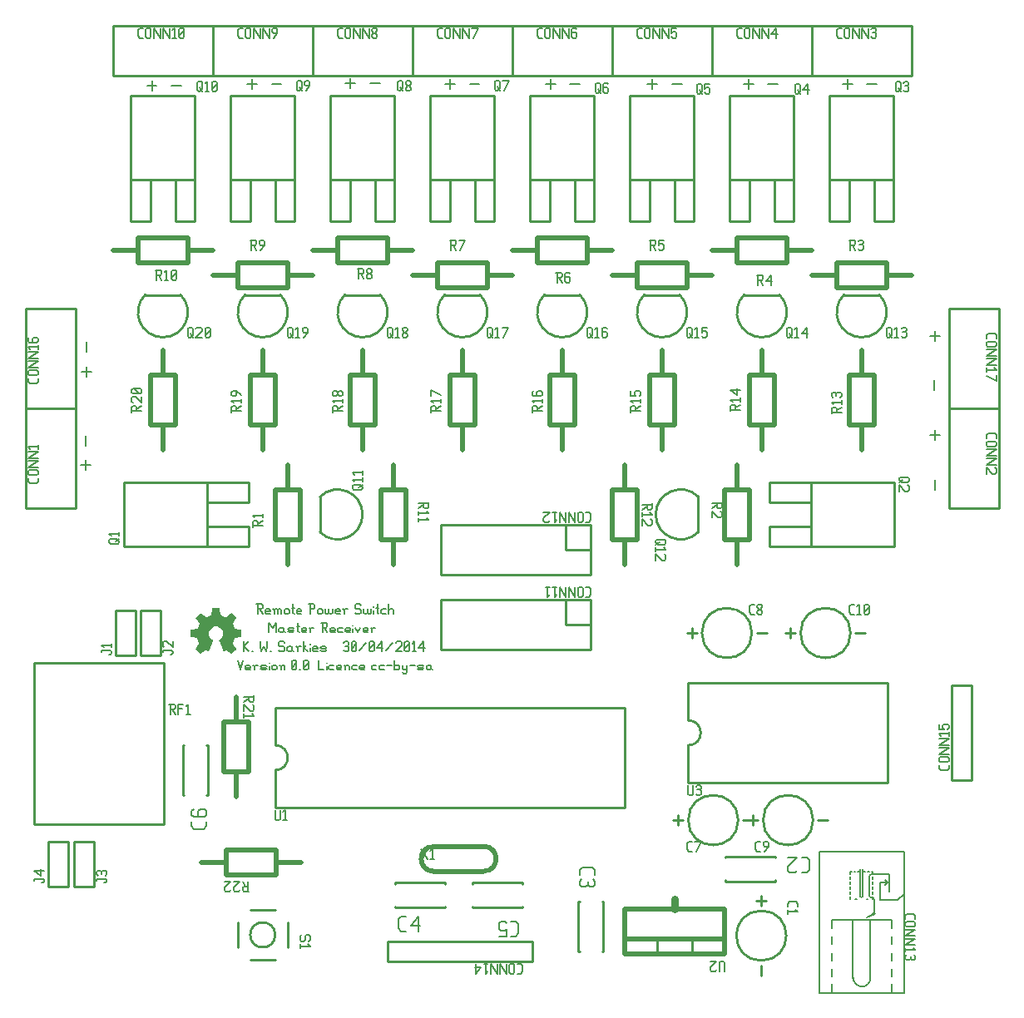
<source format=gto>
G04 start of page 9 for group -4079 idx -4079 *
G04 Title: (unknown), topsilk *
G04 Creator: pcb 20110918 *
G04 CreationDate: Mon 05 May 2014 13:40:42 GMT UTC *
G04 For: ksarkies *
G04 Format: Gerber/RS-274X *
G04 PCB-Dimensions: 390000 390000 *
G04 PCB-Coordinate-Origin: lower left *
%MOIN*%
%FSLAX25Y25*%
%LNTOPSILK*%
%ADD125C,0.0300*%
%ADD124C,0.0100*%
%ADD123C,0.0200*%
%ADD122C,0.0060*%
%ADD121C,0.0078*%
%ADD120C,0.0001*%
G54D120*G36*
X75000Y155000D02*X77577D01*
X77660Y154968D01*
X77707Y154892D01*
X77756Y154653D01*
X77800Y154431D01*
X78191Y152299D01*
X78238Y152211D01*
X78321Y152153D01*
X78424Y152109D01*
X79214Y151838D01*
X79964Y151480D01*
X79970D01*
X80057Y151442D01*
X80154Y151428D01*
X80252Y151459D01*
X82025Y152678D01*
X82216Y152803D01*
X82417Y152939D01*
X82503Y152964D01*
X82585Y152928D01*
X82916Y152598D01*
X83420Y152098D01*
X83578Y151935D01*
X84077Y151437D01*
X84239Y151280D01*
X84407Y151106D01*
X84446Y151021D01*
X84424Y150932D01*
X84288Y150731D01*
X84159Y150541D01*
X82970Y148805D01*
X82938Y148713D01*
X82953Y148616D01*
X82998Y148517D01*
X83681Y146911D01*
X83718Y146820D01*
X83781Y146742D01*
X83871Y146695D01*
X85910Y146314D01*
X86134Y146271D01*
X86377Y146228D01*
X86452Y146181D01*
X86481Y146098D01*
Y143521D01*
X86452Y143432D01*
X86377Y143385D01*
X86134Y143342D01*
X85910Y143299D01*
X83931Y142930D01*
X83843Y142882D01*
X83789Y142799D01*
X83761Y142739D01*
Y142728D01*
X83046Y140955D01*
X83041Y140943D01*
X83024Y140900D01*
X83007Y140799D01*
X83035Y140705D01*
X84164Y139073D01*
X84288Y138882D01*
X84429Y138681D01*
X84448Y138595D01*
X84407Y138513D01*
X84239Y138334D01*
X84077Y138177D01*
X82759Y136859D01*
X82585Y136691D01*
X82503Y136650D01*
X82417Y136668D01*
X82216Y136810D01*
X82025Y136934D01*
X80431Y138031D01*
X80332Y138060D01*
X80235Y138041D01*
X79904Y137857D01*
X79710Y137748D01*
X79363Y137570D01*
X79278Y137564D01*
X79216Y137624D01*
X79070Y137981D01*
X78982Y138188D01*
X77599Y141546D01*
X77511Y141752D01*
X77414Y141985D01*
X77410Y142080D01*
X77463Y142153D01*
X77686Y142284D01*
X77827Y142392D01*
X78363Y142838D01*
X78778Y143402D01*
X79045Y144061D01*
X79139Y144791D01*
X79081Y145366D01*
X78916Y145900D01*
X78653Y146385D01*
X78304Y146807D01*
X77884Y147156D01*
X77400Y147420D01*
X76866Y147585D01*
X76292Y147643D01*
X75717Y147585D01*
X75182Y147420D01*
X74699Y147156D01*
X74277Y146807D01*
X73929Y146385D01*
X73667Y145900D01*
X73502Y145366D01*
X73443Y144791D01*
X73536Y144061D01*
X73803Y143402D01*
X74217Y142838D01*
X74756Y142392D01*
X74892Y142284D01*
X75114Y142153D01*
X75168Y142080D01*
X75163Y141985D01*
X75066Y141752D01*
X74978Y141546D01*
X73595Y138188D01*
X73509Y137981D01*
X73361Y137624D01*
X73300Y137564D01*
X73216Y137570D01*
X72874Y137748D01*
X72673Y137857D01*
X72342Y138041D01*
X72243Y138060D01*
X72146Y138031D01*
X70552Y136934D01*
X70367Y136810D01*
X70161Y136668D01*
X70074Y136650D01*
X69992Y136691D01*
X69818Y136859D01*
X69661Y137021D01*
X69163Y137520D01*
X69000Y137678D01*
X68500Y138177D01*
X68338Y138334D01*
X68170Y138513D01*
X68131Y138595D01*
X68153Y138681D01*
X68289Y138882D01*
X68420Y139073D01*
X69542Y140705D01*
X69570Y140799D01*
X69553Y140900D01*
X69531Y140960D01*
X68821Y142734D01*
X68788Y142799D01*
X68734Y142882D01*
X68648Y142930D01*
X66667Y143299D01*
X66445Y143342D01*
X66206Y143385D01*
X66127Y143435D01*
X66098Y143521D01*
Y146098D01*
X66127Y146181D01*
X66206Y146228D01*
X66445Y146277D01*
X66667Y146314D01*
X68707Y146695D01*
X68796Y146742D01*
X68859Y146825D01*
X68896Y146911D01*
X69585Y148517D01*
X69624Y148616D01*
X69641Y148713D01*
X69613Y148805D01*
X68420Y150546D01*
X68289Y150731D01*
X68153Y150932D01*
X68131Y151021D01*
X68170Y151106D01*
X68338Y151280D01*
X68500Y151437D01*
X69992Y152928D01*
X70074Y152964D01*
X70161Y152945D01*
X70367Y152809D01*
X70552Y152678D01*
X72325Y151459D01*
X72423Y151430D01*
X72521Y151448D01*
X72607Y151480D01*
X72618Y151485D01*
X73364Y151839D01*
X74154Y152114D01*
X74257Y152153D01*
X74341Y152211D01*
X74386Y152299D01*
X74784Y154431D01*
X74821Y154653D01*
X74870Y154892D01*
X74917Y154968D01*
X75000Y155000D01*
G37*
G54D121*X128200Y365320D02*X132120D01*
X130160Y367280D02*Y363360D01*
X138000Y365320D02*X141920D01*
X168100Y365020D02*X172020D01*
X170060Y366980D02*Y363060D01*
X177900Y365020D02*X181820D01*
X208400D02*X212320D01*
X210360Y366980D02*Y363060D01*
X218200Y365020D02*X222120D01*
X249200D02*X253120D01*
X251160Y366980D02*Y363060D01*
X259000Y365020D02*X262920D01*
X287700D02*X291620D01*
X289660Y366980D02*Y363060D01*
X297500Y365020D02*X301420D01*
X327400D02*X331320D01*
X329360Y366980D02*Y363060D01*
X337200Y365020D02*X341120D01*
X362400Y263920D02*X366320D01*
X364360Y265880D02*Y261960D01*
X362500Y224320D02*X366420D01*
X364460Y226280D02*Y222360D01*
X364280Y206420D02*Y202500D01*
X364180Y246220D02*Y242300D01*
X48600Y364420D02*X52520D01*
X50560Y366380D02*Y362460D01*
X58400Y364420D02*X62320D01*
G54D122*X92500Y156540D02*X94420D01*
X94900Y156060D01*
Y155100D01*
X94420Y154620D02*X94900Y155100D01*
X92980Y154620D02*X94420D01*
X92980Y156540D02*Y152700D01*
X93748Y154620D02*X94900Y152700D01*
X96532D02*X97972D01*
X96052Y153180D02*X96532Y152700D01*
X96052Y154140D02*Y153180D01*
Y154140D02*X96532Y154620D01*
X97492D01*
X97972Y154140D01*
X96052Y153660D02*X97972D01*
Y154140D02*Y153660D01*
X99604Y154140D02*Y152700D01*
Y154140D02*X100084Y154620D01*
X100564D01*
X101044Y154140D01*
Y152700D01*
Y154140D02*X101524Y154620D01*
X102004D01*
X102484Y154140D01*
Y152700D01*
X99124Y154620D02*X99604Y154140D01*
X103636D02*Y153180D01*
Y154140D02*X104116Y154620D01*
X105076D01*
X105556Y154140D01*
Y153180D01*
X105076Y152700D02*X105556Y153180D01*
X104116Y152700D02*X105076D01*
X103636Y153180D02*X104116Y152700D01*
X107188Y156540D02*Y153180D01*
X107668Y152700D01*
X106708Y155100D02*X107668D01*
X109108Y152700D02*X110548D01*
X108628Y153180D02*X109108Y152700D01*
X108628Y154140D02*Y153180D01*
Y154140D02*X109108Y154620D01*
X110068D01*
X110548Y154140D01*
X108628Y153660D02*X110548D01*
Y154140D02*Y153660D01*
X113908Y156540D02*Y152700D01*
X113428Y156540D02*X115348D01*
X115828Y156060D01*
Y155100D01*
X115348Y154620D02*X115828Y155100D01*
X113908Y154620D02*X115348D01*
X116980Y154140D02*Y153180D01*
Y154140D02*X117460Y154620D01*
X118420D01*
X118900Y154140D01*
Y153180D01*
X118420Y152700D02*X118900Y153180D01*
X117460Y152700D02*X118420D01*
X116980Y153180D02*X117460Y152700D01*
X120052Y154620D02*Y153180D01*
X120532Y152700D01*
X121012D01*
X121492Y153180D01*
Y154620D02*Y153180D01*
X121972Y152700D01*
X122452D01*
X122932Y153180D01*
Y154620D02*Y153180D01*
X124564Y152700D02*X126004D01*
X124084Y153180D02*X124564Y152700D01*
X124084Y154140D02*Y153180D01*
Y154140D02*X124564Y154620D01*
X125524D01*
X126004Y154140D01*
X124084Y153660D02*X126004D01*
Y154140D02*Y153660D01*
X127636Y154140D02*Y152700D01*
Y154140D02*X128116Y154620D01*
X129076D01*
X127156D02*X127636Y154140D01*
X133876Y156540D02*X134356Y156060D01*
X132436Y156540D02*X133876D01*
X131956Y156060D02*X132436Y156540D01*
X131956Y156060D02*Y155100D01*
X132436Y154620D01*
X133876D01*
X134356Y154140D01*
Y153180D01*
X133876Y152700D02*X134356Y153180D01*
X132436Y152700D02*X133876D01*
X131956Y153180D02*X132436Y152700D01*
X135508Y154620D02*Y153180D01*
X135988Y152700D01*
X136468D01*
X136948Y153180D01*
Y154620D02*Y153180D01*
X137428Y152700D01*
X137908D01*
X138388Y153180D01*
Y154620D02*Y153180D01*
X139540Y155580D02*Y155484D01*
Y154140D02*Y152700D01*
X140980Y156540D02*Y153180D01*
X141460Y152700D01*
X140500Y155100D02*X141460D01*
X142900Y154620D02*X144340D01*
X142420Y154140D02*X142900Y154620D01*
X142420Y154140D02*Y153180D01*
X142900Y152700D01*
X144340D01*
X145492Y156540D02*Y152700D01*
Y154140D02*X145972Y154620D01*
X146932D01*
X147412Y154140D01*
Y152700D01*
X97500Y149040D02*Y145200D01*
Y149040D02*X98940Y147120D01*
X100380Y149040D01*
Y145200D01*
X102972Y147120D02*X103452Y146640D01*
X102012Y147120D02*X102972D01*
X101532Y146640D02*X102012Y147120D01*
X101532Y146640D02*Y145680D01*
X102012Y145200D01*
X103452Y147120D02*Y145680D01*
X103932Y145200D01*
X102012D02*X102972D01*
X103452Y145680D01*
X105564Y145200D02*X107004D01*
X107484Y145680D01*
X107004Y146160D02*X107484Y145680D01*
X105564Y146160D02*X107004D01*
X105084Y146640D02*X105564Y146160D01*
X105084Y146640D02*X105564Y147120D01*
X107004D01*
X107484Y146640D01*
X105084Y145680D02*X105564Y145200D01*
X109116Y149040D02*Y145680D01*
X109596Y145200D01*
X108636Y147600D02*X109596D01*
X111036Y145200D02*X112476D01*
X110556Y145680D02*X111036Y145200D01*
X110556Y146640D02*Y145680D01*
Y146640D02*X111036Y147120D01*
X111996D01*
X112476Y146640D01*
X110556Y146160D02*X112476D01*
Y146640D02*Y146160D01*
X114108Y146640D02*Y145200D01*
Y146640D02*X114588Y147120D01*
X115548D01*
X113628D02*X114108Y146640D01*
X118428Y149040D02*X120348D01*
X120828Y148560D01*
Y147600D01*
X120348Y147120D02*X120828Y147600D01*
X118908Y147120D02*X120348D01*
X118908Y149040D02*Y145200D01*
X119676Y147120D02*X120828Y145200D01*
X122460D02*X123900D01*
X121980Y145680D02*X122460Y145200D01*
X121980Y146640D02*Y145680D01*
Y146640D02*X122460Y147120D01*
X123420D01*
X123900Y146640D01*
X121980Y146160D02*X123900D01*
Y146640D02*Y146160D01*
X125532Y147120D02*X126972D01*
X125052Y146640D02*X125532Y147120D01*
X125052Y146640D02*Y145680D01*
X125532Y145200D01*
X126972D01*
X128604D02*X130044D01*
X128124Y145680D02*X128604Y145200D01*
X128124Y146640D02*Y145680D01*
Y146640D02*X128604Y147120D01*
X129564D01*
X130044Y146640D01*
X128124Y146160D02*X130044D01*
Y146640D02*Y146160D01*
X131196Y148080D02*Y147984D01*
Y146640D02*Y145200D01*
X132156Y147120D02*X133116Y145200D01*
X134076Y147120D02*X133116Y145200D01*
X135708D02*X137148D01*
X135228Y145680D02*X135708Y145200D01*
X135228Y146640D02*Y145680D01*
Y146640D02*X135708Y147120D01*
X136668D01*
X137148Y146640D01*
X135228Y146160D02*X137148D01*
Y146640D02*Y146160D01*
X138780Y146640D02*Y145200D01*
Y146640D02*X139260Y147120D01*
X140220D01*
X138300D02*X138780Y146640D01*
X87500Y141540D02*Y137700D01*
Y139620D02*X89420Y141540D01*
X87500Y139620D02*X89420Y137700D01*
X90572D02*X91052D01*
X93932Y141540D02*Y139620D01*
X94412Y137700D01*
X95372Y139620D01*
X96332Y137700D01*
X96812Y139620D01*
Y141540D02*Y139620D01*
X97964Y137700D02*X98444D01*
X103244Y141540D02*X103724Y141060D01*
X101804Y141540D02*X103244D01*
X101324Y141060D02*X101804Y141540D01*
X101324Y141060D02*Y140100D01*
X101804Y139620D01*
X103244D01*
X103724Y139140D01*
Y138180D01*
X103244Y137700D02*X103724Y138180D01*
X101804Y137700D02*X103244D01*
X101324Y138180D02*X101804Y137700D01*
X106316Y139620D02*X106796Y139140D01*
X105356Y139620D02*X106316D01*
X104876Y139140D02*X105356Y139620D01*
X104876Y139140D02*Y138180D01*
X105356Y137700D01*
X106796Y139620D02*Y138180D01*
X107276Y137700D01*
X105356D02*X106316D01*
X106796Y138180D01*
X108908Y139140D02*Y137700D01*
Y139140D02*X109388Y139620D01*
X110348D01*
X108428D02*X108908Y139140D01*
X111500Y141540D02*Y137700D01*
Y139140D02*X112940Y137700D01*
X111500Y139140D02*X112460Y140100D01*
X114092Y140580D02*Y140484D01*
Y139140D02*Y137700D01*
X115532D02*X116972D01*
X115052Y138180D02*X115532Y137700D01*
X115052Y139140D02*Y138180D01*
Y139140D02*X115532Y139620D01*
X116492D01*
X116972Y139140D01*
X115052Y138660D02*X116972D01*
Y139140D02*Y138660D01*
X118604Y137700D02*X120044D01*
X120524Y138180D01*
X120044Y138660D02*X120524Y138180D01*
X118604Y138660D02*X120044D01*
X118124Y139140D02*X118604Y138660D01*
X118124Y139140D02*X118604Y139620D01*
X120044D01*
X120524Y139140D01*
X118124Y138180D02*X118604Y137700D01*
X127500Y141060D02*X127980Y141540D01*
X128940D01*
X129420Y141060D01*
X128940Y137700D02*X129420Y138180D01*
X127980Y137700D02*X128940D01*
X127500Y138180D02*X127980Y137700D01*
Y139812D02*X128940D01*
X129420Y141060D02*Y140292D01*
Y139332D02*Y138180D01*
Y139332D02*X128940Y139812D01*
X129420Y140292D02*X128940Y139812D01*
X130572Y138180D02*X131052Y137700D01*
X130572Y141060D02*Y138180D01*
Y141060D02*X131052Y141540D01*
X132012D01*
X132492Y141060D01*
Y138180D01*
X132012Y137700D02*X132492Y138180D01*
X131052Y137700D02*X132012D01*
X130572Y138660D02*X132492Y140580D01*
X133644Y138180D02*X136524Y141060D01*
X137676Y138180D02*X138156Y137700D01*
X137676Y141060D02*Y138180D01*
Y141060D02*X138156Y141540D01*
X139116D01*
X139596Y141060D01*
Y138180D01*
X139116Y137700D02*X139596Y138180D01*
X138156Y137700D02*X139116D01*
X137676Y138660D02*X139596Y140580D01*
X140748Y139140D02*X142668Y141540D01*
X140748Y139140D02*X143148D01*
X142668Y141540D02*Y137700D01*
X144300Y138180D02*X147180Y141060D01*
X148332D02*X148812Y141540D01*
X150252D01*
X150732Y141060D01*
Y140100D01*
X148332Y137700D02*X150732Y140100D01*
X148332Y137700D02*X150732D01*
X151884Y138180D02*X152364Y137700D01*
X151884Y141060D02*Y138180D01*
Y141060D02*X152364Y141540D01*
X153324D01*
X153804Y141060D01*
Y138180D01*
X153324Y137700D02*X153804Y138180D01*
X152364Y137700D02*X153324D01*
X151884Y138660D02*X153804Y140580D01*
X154956Y140772D02*X155724Y141540D01*
Y137700D01*
X154956D02*X156396D01*
X157548Y139140D02*X159468Y141540D01*
X157548Y139140D02*X159948D01*
X159468Y141540D02*Y137700D01*
X85000Y134040D02*X85960Y130200D01*
X86920Y134040D01*
X88552Y130200D02*X89992D01*
X88072Y130680D02*X88552Y130200D01*
X88072Y131640D02*Y130680D01*
Y131640D02*X88552Y132120D01*
X89512D01*
X89992Y131640D01*
X88072Y131160D02*X89992D01*
Y131640D02*Y131160D01*
X91624Y131640D02*Y130200D01*
Y131640D02*X92104Y132120D01*
X93064D01*
X91144D02*X91624Y131640D01*
X94696Y130200D02*X96136D01*
X96616Y130680D01*
X96136Y131160D02*X96616Y130680D01*
X94696Y131160D02*X96136D01*
X94216Y131640D02*X94696Y131160D01*
X94216Y131640D02*X94696Y132120D01*
X96136D01*
X96616Y131640D01*
X94216Y130680D02*X94696Y130200D01*
X97768Y133080D02*Y132984D01*
Y131640D02*Y130200D01*
X98728Y131640D02*Y130680D01*
Y131640D02*X99208Y132120D01*
X100168D01*
X100648Y131640D01*
Y130680D01*
X100168Y130200D02*X100648Y130680D01*
X99208Y130200D02*X100168D01*
X98728Y130680D02*X99208Y130200D01*
X102280Y131640D02*Y130200D01*
Y131640D02*X102760Y132120D01*
X103240D01*
X103720Y131640D01*
Y130200D01*
X101800Y132120D02*X102280Y131640D01*
X106600Y130680D02*X107080Y130200D01*
X106600Y133560D02*Y130680D01*
Y133560D02*X107080Y134040D01*
X108040D01*
X108520Y133560D01*
Y130680D01*
X108040Y130200D02*X108520Y130680D01*
X107080Y130200D02*X108040D01*
X106600Y131160D02*X108520Y133080D01*
X109672Y130200D02*X110152D01*
X111304Y130680D02*X111784Y130200D01*
X111304Y133560D02*Y130680D01*
Y133560D02*X111784Y134040D01*
X112744D01*
X113224Y133560D01*
Y130680D01*
X112744Y130200D02*X113224Y130680D01*
X111784Y130200D02*X112744D01*
X111304Y131160D02*X113224Y133080D01*
X117500Y134040D02*Y130200D01*
X119420D01*
X120572Y133080D02*Y132984D01*
Y131640D02*Y130200D01*
X122012Y132120D02*X123452D01*
X121532Y131640D02*X122012Y132120D01*
X121532Y131640D02*Y130680D01*
X122012Y130200D01*
X123452D01*
X125084D02*X126524D01*
X124604Y130680D02*X125084Y130200D01*
X124604Y131640D02*Y130680D01*
Y131640D02*X125084Y132120D01*
X126044D01*
X126524Y131640D01*
X124604Y131160D02*X126524D01*
Y131640D02*Y131160D01*
X128156Y131640D02*Y130200D01*
Y131640D02*X128636Y132120D01*
X129116D01*
X129596Y131640D01*
Y130200D01*
X127676Y132120D02*X128156Y131640D01*
X131228Y132120D02*X132668D01*
X130748Y131640D02*X131228Y132120D01*
X130748Y131640D02*Y130680D01*
X131228Y130200D01*
X132668D01*
X134300D02*X135740D01*
X133820Y130680D02*X134300Y130200D01*
X133820Y131640D02*Y130680D01*
Y131640D02*X134300Y132120D01*
X135260D01*
X135740Y131640D01*
X133820Y131160D02*X135740D01*
Y131640D02*Y131160D01*
X139100Y132120D02*X140540D01*
X138620Y131640D02*X139100Y132120D01*
X138620Y131640D02*Y130680D01*
X139100Y130200D01*
X140540D01*
X142172Y132120D02*X143612D01*
X141692Y131640D02*X142172Y132120D01*
X141692Y131640D02*Y130680D01*
X142172Y130200D01*
X143612D01*
X144764Y132120D02*X146684D01*
X147836Y134040D02*Y130200D01*
Y130680D02*X148316Y130200D01*
X149276D01*
X149756Y130680D01*
Y131640D02*Y130680D01*
X149276Y132120D02*X149756Y131640D01*
X148316Y132120D02*X149276D01*
X147836Y131640D02*X148316Y132120D01*
X150908D02*Y130680D01*
X151388Y130200D01*
X152828Y132120D02*Y129240D01*
X152348Y128760D02*X152828Y129240D01*
X151388Y128760D02*X152348D01*
X150908Y129240D02*X151388Y128760D01*
Y130200D02*X152348D01*
X152828Y130680D01*
X153980Y132120D02*X155900D01*
X157532Y130200D02*X158972D01*
X159452Y130680D01*
X158972Y131160D02*X159452Y130680D01*
X157532Y131160D02*X158972D01*
X157052Y131640D02*X157532Y131160D01*
X157052Y131640D02*X157532Y132120D01*
X158972D01*
X159452Y131640D01*
X157052Y130680D02*X157532Y130200D01*
X162044Y132120D02*X162524Y131640D01*
X161084Y132120D02*X162044D01*
X160604Y131640D02*X161084Y132120D01*
X160604Y131640D02*Y130680D01*
X161084Y130200D01*
X162524Y132120D02*Y130680D01*
X163004Y130200D01*
X161084D02*X162044D01*
X162524Y130680D01*
G54D121*X88800Y365020D02*X92720D01*
X90760Y366980D02*Y363060D01*
X98600Y365020D02*X102520D01*
X24280Y251720D02*Y247800D01*
X22320Y249760D02*X26240D01*
X24280Y261520D02*Y257600D01*
X24180Y214220D02*Y210300D01*
X22220Y212260D02*X26140D01*
X24180Y224020D02*Y220100D01*
G54D123*X163500Y59500D02*X183500D01*
Y49500D02*X163500D01*
X183500D02*G75*G03X183500Y59500I0J5000D01*G01*
X163500D02*G75*G03X163500Y49500I0J-5000D01*G01*
G54D124*X100000Y75000D02*X240000D01*
Y115000D02*Y75000D01*
X100000Y115000D02*X240000D01*
X100000Y90000D02*Y75000D01*
Y115000D02*Y100000D01*
Y90000D02*G75*G03X100000Y100000I0J5000D01*G01*
X168000Y45000D02*Y44500D01*
X148000Y45000D02*X168000D01*
X148000D02*Y44500D01*
Y35500D02*Y35000D01*
X168000D01*
Y35500D02*Y35000D01*
X179000Y35500D02*Y35000D01*
X199000D01*
Y35500D02*Y35000D01*
Y45000D02*Y44500D01*
X179000Y45000D02*X199000D01*
X179000D02*Y44500D01*
X145000Y13500D02*X203000D01*
X145000Y21500D02*Y13500D01*
Y21500D02*X203000D01*
Y13500D01*
X259500Y70000D02*X263500D01*
X261500Y72000D02*Y68000D01*
X287500Y70000D02*X291500D01*
X265500D02*G75*G03X265500Y70000I10000J0D01*G01*
Y85000D02*X345500D01*
Y125000D02*Y85000D01*
X265500Y125000D02*X345500D01*
X265500Y100000D02*Y85000D01*
Y125000D02*Y110000D01*
Y100000D02*G75*G03X265500Y110000I0J5000D01*G01*
X289500Y70000D02*X293500D01*
X291500Y72000D02*Y68000D01*
X317500Y70000D02*X321500D01*
X295500D02*G75*G03X295500Y70000I10000J0D01*G01*
X280500Y46000D02*Y45500D01*
X300500D01*
Y46000D02*Y45500D01*
Y55500D02*Y55000D01*
X280500Y55500D02*X300500D01*
X280500D02*Y55000D01*
G54D123*X240000Y16500D02*X280000D01*
X240000Y34500D02*Y16500D01*
Y34500D02*X280000D01*
Y16500D01*
X240000D02*X280000D01*
X240000Y22500D02*Y16500D01*
Y22500D02*X280000D01*
Y16500D01*
G54D124*X267000Y22500D02*Y16500D01*
X253000Y22500D02*Y16500D01*
G54D125*X260000Y38500D02*Y34500D01*
G54D124*X231000Y17500D02*X231500D01*
Y37500D02*Y17500D01*
X231000Y37500D02*X231500D01*
X221500D02*X222000D01*
X221500D02*Y17500D01*
X222000D01*
X294800Y39700D02*Y35700D01*
X292800Y37700D02*X296800D01*
X294800Y11700D02*Y7700D01*
Y33700D02*G75*G03X294800Y33700I0J-10000D01*G01*
G54D122*X352000Y57200D02*Y700D01*
X318000Y57200D02*X352000D01*
X318000D02*Y700D01*
X352000D01*
X347000Y4200D02*Y700D01*
X323000Y4200D02*Y700D01*
Y30000D02*X347000D01*
X323000Y29900D02*Y26700D01*
X347000Y29900D02*Y26700D01*
Y23200D02*Y20200D01*
X323000Y23200D02*Y20200D01*
Y16700D02*Y13700D01*
X347000Y16700D02*Y13700D01*
Y10200D02*Y7200D01*
X323000Y10200D02*Y7200D01*
X331500Y30000D02*Y6800D01*
X338500Y30000D02*Y6500D01*
X345500Y45000D02*X344500Y44000D01*
X334500Y50500D02*Y39500D01*
X340000Y38000D02*Y32500D01*
X337000Y38500D02*X337500D01*
X339500Y48500D02*X346000D01*
Y41500D01*
X342500Y45000D02*X345500D01*
X342500D02*Y38000D01*
X349500D01*
X352000Y40500D01*
X345500Y45000D02*X344500Y46000D01*
X335500Y50500D02*Y39500D01*
X340000Y32500D02*X337000Y31000D01*
X339500Y43500D02*Y42500D01*
X335500Y49500D02*X336500D01*
X333500D02*X334500D01*
X332000D02*X332500D01*
X330500D02*X331000D01*
X330500D02*Y48500D01*
Y47500D02*Y46500D01*
Y45500D02*Y44500D01*
Y43500D02*Y42500D01*
Y41500D02*Y40500D01*
Y39500D02*Y38500D01*
X339500Y45500D02*Y44500D01*
Y39500D02*Y38500D01*
Y41500D02*Y40500D01*
X337500Y49500D02*X338000D01*
X339000D02*X339500D01*
Y48500D01*
Y47500D02*Y46500D01*
X332500Y38500D02*X333000D01*
X338000Y47000D02*Y40000D01*
X335000Y3200D02*G75*G03X338500Y6700I0J3500D01*G01*
X331500Y7200D02*G75*G03X335500Y3200I4000J0D01*G01*
X334500Y39500D02*G75*G03X335000Y39000I500J0D01*G01*
Y39002D02*G75*G03X335500Y39502I0J500D01*G01*
X340000Y33000D02*G75*G03X339500Y32500I0J-500D01*G01*
Y32501D02*G75*G03X340001Y32000I501J0D01*G01*
X340000Y38000D02*G75*G03X339000Y39000I-1000J0D01*G01*
X340500Y32500D02*G75*G03X340000Y33000I-500J0D01*G01*
X339999Y32000D02*G75*G03X340500Y32501I0J501D01*G01*
X339500Y48501D02*G75*G03X338000Y47001I0J-1500D01*G01*
Y40000D02*G75*G03X339000Y39000I1000J0D01*G01*
G54D124*X304500Y145000D02*X308500D01*
X306500Y147000D02*Y143000D01*
X332500Y145000D02*X336500D01*
X310500D02*G75*G03X310500Y145000I10000J0D01*G01*
X371000Y86000D02*X379000D01*
Y124000D02*Y86000D01*
X371000Y124000D02*X379000D01*
X371000D02*Y86000D01*
X322205Y326767D02*X347795D01*
X339922D02*Y310035D01*
X347796D01*
Y326766D02*X347795Y326767D01*
X322205Y310035D02*X330079D01*
Y326767D01*
X322205Y310035D02*Y360232D01*
X347796Y310035D02*Y360231D01*
X347795Y360232D01*
X322205D02*X347795D01*
X315000Y368500D02*Y388500D01*
X355000Y368500D02*X315000D01*
X355000Y388500D02*Y368500D01*
X315000Y388500D02*X355000D01*
X282205Y326767D02*X307795D01*
X299922D02*Y310035D01*
X307796D01*
Y326766D02*X307795Y326767D01*
X282205Y310035D02*X290079D01*
Y326767D01*
X282205Y310035D02*Y360232D01*
X307796Y310035D02*Y360231D01*
X307795Y360232D01*
X282205D02*X307795D01*
G54D123*X285000Y303500D02*X305000D01*
Y293500D01*
X285000D01*
Y303500D01*
X275000Y298500D02*X285000D01*
X305000D02*X315000D01*
X325000Y293500D02*X345000D01*
Y283500D01*
X325000D01*
Y293500D01*
X315000Y288500D02*X325000D01*
X345000D02*X355000D01*
X330000Y248500D02*Y228500D01*
Y248500D02*X340000D01*
Y228500D01*
X330000D02*X340000D01*
X335000D02*Y218500D01*
Y258500D02*Y248500D01*
G54D124*X314704Y205295D02*Y179705D01*
X297972Y187578D02*X314704D01*
X297972D02*Y179704D01*
X314703D02*X314704Y179705D01*
X297972Y205295D02*Y197421D01*
X314704D01*
X297972Y205295D02*X348169D01*
X297972Y179704D02*X348168D01*
X348169Y179705D01*
Y205295D02*Y179705D01*
X328000Y280500D02*X342000D01*
X327929Y280571D02*G75*G03X342071Y280571I7071J-7071D01*G01*
X288000Y280500D02*X302000D01*
X287929Y280571D02*G75*G03X302071Y280571I7071J-7071D01*G01*
X248000Y280500D02*X262000D01*
X247929Y280571D02*G75*G03X262071Y280571I7071J-7071D01*G01*
G54D123*X290000Y248500D02*Y228500D01*
Y248500D02*X300000D01*
Y228500D01*
X290000D02*X300000D01*
X295000D02*Y218500D01*
Y258500D02*Y248500D01*
X250000D02*Y228500D01*
Y248500D02*X260000D01*
Y228500D01*
X250000D02*X260000D01*
X255000D02*Y218500D01*
Y258500D02*Y248500D01*
X245000Y202500D02*Y182500D01*
X235000D02*X245000D01*
X235000Y202500D02*Y182500D01*
Y202500D02*X245000D01*
X240000Y212500D02*Y202500D01*
Y182500D02*Y172500D01*
G54D124*X269500Y199500D02*Y185500D01*
X269571Y199571D02*G75*G03X269571Y185429I-7071J-7071D01*G01*
G54D123*X290000Y202500D02*Y182500D01*
X280000D02*X290000D01*
X280000Y202500D02*Y182500D01*
Y202500D02*X290000D01*
X285000Y212500D02*Y202500D01*
Y182500D02*Y172500D01*
G54D124*X265000Y145000D02*X269000D01*
X267000Y147000D02*Y143000D01*
X293000Y145000D02*X297000D01*
X271000D02*G75*G03X271000Y145000I10000J0D01*G01*
X370000Y275000D02*X390000D01*
X370000D02*Y235000D01*
X390000D01*
Y275000D02*Y235000D01*
X370000D02*X390000D01*
X370000D02*Y195000D01*
X390000D01*
Y235000D02*Y195000D01*
X85000Y29000D02*Y19000D01*
X105000Y29000D02*Y19000D01*
X90000Y14000D02*X100000D01*
X90000Y34000D02*X100000D01*
X90000Y24000D02*G75*G03X90000Y24000I5000J0D01*G01*
X63000Y100000D02*X63500D01*
X63000D02*Y80000D01*
X63500D01*
X72500D02*X73000D01*
Y100000D02*Y80000D01*
X72500Y100000D02*X73000D01*
G54D123*X89500Y109500D02*Y89500D01*
X79500D02*X89500D01*
X79500Y109500D02*Y89500D01*
Y109500D02*X89500D01*
X84500Y119500D02*Y109500D01*
Y89500D02*Y79500D01*
X80500Y48000D02*X100500D01*
X80500Y58000D02*Y48000D01*
Y58000D02*X100500D01*
Y48000D01*
Y53000D02*X110500D01*
X70500D02*X80500D01*
G54D124*X19500Y43500D02*X27500D01*
Y61500D02*Y43500D01*
X19500Y61500D02*X27500D01*
X19500D02*Y43500D01*
X9000D02*X17000D01*
Y61500D02*Y43500D01*
X9000Y61500D02*X17000D01*
X9000D02*Y43500D01*
X3389Y68389D02*X55275D01*
Y132874D02*Y68389D01*
X3389Y132874D02*X55275D01*
X3389D02*Y68389D01*
X46000Y136000D02*X54000D01*
Y154000D02*Y136000D01*
X46000Y154000D02*X54000D01*
X46000D02*Y136000D01*
X36000D02*X44000D01*
Y154000D02*Y136000D01*
X36000Y154000D02*X44000D01*
X36000D02*Y136000D01*
G54D123*X45000Y303500D02*X65000D01*
Y293500D01*
X45000D01*
Y303500D01*
X35000Y298500D02*X45000D01*
X65000D02*X75000D01*
G54D124*X118000Y199500D02*Y185500D01*
X117929Y185429D02*G75*G03X117929Y199571I7071J7071D01*G01*
X72796Y205295D02*Y179705D01*
Y197422D02*X89528D01*
Y205296D02*Y197422D01*
X72797Y205296D02*X72796Y205295D01*
X89528Y187579D02*Y179705D01*
X72796Y187579D02*X89528D01*
X39331Y179705D02*X89528D01*
X39332Y205296D02*X89528D01*
X39332D02*X39331Y205295D01*
Y179705D01*
X48000Y280500D02*X62000D01*
X47929Y280571D02*G75*G03X62071Y280571I7071J-7071D01*G01*
X88000Y280500D02*X102000D01*
X87929Y280571D02*G75*G03X102071Y280571I7071J-7071D01*G01*
G54D123*X90000Y248500D02*Y228500D01*
Y248500D02*X100000D01*
Y228500D01*
X90000D02*X100000D01*
X95000D02*Y218500D01*
Y258500D02*Y248500D01*
X50000D02*Y228500D01*
Y248500D02*X60000D01*
Y228500D01*
X50000D02*X60000D01*
X55000D02*Y218500D01*
Y258500D02*Y248500D01*
G54D124*X0Y235000D02*X20000D01*
Y275000D02*Y235000D01*
X0Y275000D02*X20000D01*
X0D02*Y235000D01*
Y195000D02*X20000D01*
Y235000D02*Y195000D01*
X0Y235000D02*X20000D01*
X0D02*Y195000D01*
G54D123*X100000Y202500D02*Y182500D01*
Y202500D02*X110000D01*
Y182500D01*
X100000D02*X110000D01*
X105000D02*Y172500D01*
Y212500D02*Y202500D01*
G54D124*X128000Y280500D02*X142000D01*
X127929Y280571D02*G75*G03X142071Y280571I7071J-7071D01*G01*
X168000Y280500D02*X182000D01*
X167929Y280571D02*G75*G03X182071Y280571I7071J-7071D01*G01*
G54D123*X170000Y248500D02*Y228500D01*
Y248500D02*X180000D01*
Y228500D01*
X170000D02*X180000D01*
X175000D02*Y218500D01*
Y258500D02*Y248500D01*
X130000D02*Y228500D01*
Y248500D02*X140000D01*
Y228500D01*
X130000D02*X140000D01*
X135000D02*Y218500D01*
Y258500D02*Y248500D01*
X152500Y202500D02*Y182500D01*
X142500D02*X152500D01*
X142500Y202500D02*Y182500D01*
Y202500D02*X152500D01*
X147500Y212500D02*Y202500D01*
Y182500D02*Y172500D01*
G54D124*X208000Y280500D02*X222000D01*
X207929Y280571D02*G75*G03X222071Y280571I7071J-7071D01*G01*
G54D123*X210000Y248500D02*Y228500D01*
Y248500D02*X220000D01*
Y228500D01*
X210000D02*X220000D01*
X215000D02*Y218500D01*
Y258500D02*Y248500D01*
G54D124*X166500Y188500D02*X226500D01*
X166500D02*Y168500D01*
X226500D01*
Y188500D02*Y168500D01*
X216500Y188500D02*Y178500D01*
X226500D01*
X166500Y158500D02*X226500D01*
X166500D02*Y138500D01*
X226500D01*
Y158500D02*Y138500D01*
X216500Y158500D02*Y148500D01*
X226500D01*
X242205Y326767D02*X267795D01*
X259922D02*Y310035D01*
X267796D01*
Y326766D02*X267795Y326767D01*
X242205Y310035D02*X250079D01*
Y326767D01*
X242205Y310035D02*Y360232D01*
X267796Y310035D02*Y360231D01*
X267795Y360232D01*
X242205D02*X267795D01*
X202205Y326767D02*X227795D01*
X219922D02*Y310035D01*
X227796D01*
Y326766D02*X227795Y326767D01*
X202205Y310035D02*X210079D01*
Y326767D01*
X202205Y310035D02*Y360232D01*
X227796Y310035D02*Y360231D01*
X227795Y360232D01*
X202205D02*X227795D01*
X162205Y326767D02*X187795D01*
X179922D02*Y310035D01*
X187796D01*
Y326766D02*X187795Y326767D01*
X162205Y310035D02*X170079D01*
Y326767D01*
X162205Y310035D02*Y360232D01*
X187796Y310035D02*Y360231D01*
X187795Y360232D01*
X162205D02*X187795D01*
G54D123*X85000Y293500D02*X105000D01*
Y283500D01*
X85000D01*
Y293500D01*
X75000Y288500D02*X85000D01*
X105000D02*X115000D01*
X245000Y293500D02*X265000D01*
Y283500D01*
X245000D01*
Y293500D01*
X235000Y288500D02*X245000D01*
X265000D02*X275000D01*
X165000Y293500D02*X185000D01*
Y283500D01*
X165000D01*
Y293500D01*
X155000Y288500D02*X165000D01*
X185000D02*X195000D01*
X125000Y303500D02*X145000D01*
Y293500D01*
X125000D01*
Y303500D01*
X115000Y298500D02*X125000D01*
X145000D02*X155000D01*
X205000Y303500D02*X225000D01*
Y293500D01*
X205000D01*
Y303500D01*
X195000Y298500D02*X205000D01*
X225000D02*X235000D01*
G54D124*X122205Y326767D02*X147795D01*
X139922D02*Y310035D01*
X147796D01*
Y326766D02*X147795Y326767D01*
X122205Y310035D02*X130079D01*
Y326767D01*
X122205Y310035D02*Y360232D01*
X147796Y310035D02*Y360231D01*
X147795Y360232D01*
X122205D02*X147795D01*
X82205Y326767D02*X107795D01*
X99922D02*Y310035D01*
X107796D01*
Y326766D02*X107795Y326767D01*
X82205Y310035D02*X90079D01*
Y326767D01*
X82205Y310035D02*Y360232D01*
X107796Y310035D02*Y360231D01*
X107795Y360232D01*
X82205D02*X107795D01*
X42205Y326767D02*X67795D01*
X59922D02*Y310035D01*
X67796D01*
Y326766D02*X67795Y326767D01*
X42205Y310035D02*X50079D01*
Y326767D01*
X42205Y310035D02*Y360232D01*
X67796Y310035D02*Y360231D01*
X67795Y360232D01*
X42205D02*X67795D01*
X35000Y368500D02*Y388500D01*
X75000Y368500D02*X35000D01*
X75000Y388500D02*Y368500D01*
X35000Y388500D02*X75000D01*
Y368500D02*Y388500D01*
X115000Y368500D02*X75000D01*
X115000Y388500D02*Y368500D01*
X75000Y388500D02*X115000D01*
Y368500D02*Y388500D01*
X155000Y368500D02*X115000D01*
X155000Y388500D02*Y368500D01*
X115000Y388500D02*X155000D01*
Y368500D02*Y388500D01*
X195000Y368500D02*X155000D01*
X195000Y388500D02*Y368500D01*
X155000Y388500D02*X195000D01*
Y368500D02*Y388500D01*
X235000Y368500D02*X195000D01*
X235000Y388500D02*Y368500D01*
X195000Y388500D02*X235000D01*
X275000Y368500D02*Y388500D01*
X315000Y368500D02*X275000D01*
X315000Y388500D02*Y368500D01*
X275000Y388500D02*X315000D01*
X235000Y368500D02*Y388500D01*
X275000Y368500D02*X235000D01*
X275000Y388500D02*Y368500D01*
X235000Y388500D02*X275000D01*
G54D122*X114000Y22000D02*X113500Y21500D01*
X114000Y23500D02*Y22000D01*
X113500Y24000D02*X114000Y23500D01*
X112500Y24000D02*X113500D01*
X112500D02*X112000Y23500D01*
Y22000D01*
X111500Y21500D01*
X110500D02*X111500D01*
X110000Y22000D02*X110500Y21500D01*
X110000Y23500D02*Y22000D01*
X110500Y24000D02*X110000Y23500D01*
X113200Y20300D02*X114000Y19500D01*
X110000D02*X114000D01*
X110000Y20300D02*Y18800D01*
X158500Y54500D02*X161000Y58500D01*
X158500D02*X161000Y54500D01*
X162200Y57700D02*X163000Y58500D01*
Y54500D01*
X162200D02*X163700D01*
X150550Y25500D02*X152500D01*
X149500Y26550D02*X150550Y25500D01*
X149500Y30450D02*Y26550D01*
Y30450D02*X150550Y31500D01*
X152500D01*
X154300Y27750D02*X157300Y31500D01*
X154300Y27750D02*X158050D01*
X157300Y31500D02*Y25500D01*
X194500Y29500D02*X196450D01*
X197500Y28450D02*X196450Y29500D01*
X197500Y28450D02*Y24550D01*
X196450Y23500D01*
X194500D02*X196450D01*
X189700D02*X192700D01*
Y26500D02*Y23500D01*
Y26500D02*X191950Y25750D01*
X190450D02*X191950D01*
X190450D02*X189700Y26500D01*
Y28750D02*Y26500D01*
X190450Y29500D02*X189700Y28750D01*
X190450Y29500D02*X191950D01*
X192700Y28750D02*X191950Y29500D01*
X222000Y49950D02*Y48000D01*
X223050Y51000D02*X222000Y49950D01*
X223050Y51000D02*X226950D01*
X228000Y49950D01*
Y48000D01*
X227250Y46200D02*X228000Y45450D01*
Y43950D01*
X227250Y43200D01*
X222000Y43950D02*X222750Y43200D01*
X222000Y45450D02*Y43950D01*
X222750Y46200D02*X222000Y45450D01*
X225300D02*Y43950D01*
X226050Y43200D02*X227250D01*
X222750D02*X224550D01*
X225300Y43950D01*
X226050Y43200D02*X225300Y43950D01*
X197000Y12500D02*X198300D01*
X199000Y11800D02*X198300Y12500D01*
X199000Y11800D02*Y9200D01*
X198300Y8500D01*
X197000D02*X198300D01*
X195800Y12000D02*Y9000D01*
X195300Y8500D01*
X194300D02*X195300D01*
X194300D02*X193800Y9000D01*
Y12000D02*Y9000D01*
X194300Y12500D02*X193800Y12000D01*
X194300Y12500D02*X195300D01*
X195800Y12000D02*X195300Y12500D01*
X192600D02*Y8500D01*
X190100Y12500D01*
Y8500D01*
X188900Y12500D02*Y8500D01*
X186400Y12500D01*
Y8500D01*
X185200Y9300D02*X184400Y8500D01*
Y12500D02*Y8500D01*
X183700Y12500D02*X185200D01*
X182500Y11000D02*X180500Y8500D01*
X180000Y11000D02*X182500D01*
X180500Y12500D02*Y8500D01*
X293200Y57500D02*X294500D01*
X292500Y58200D02*X293200Y57500D01*
X292500Y60800D02*Y58200D01*
Y60800D02*X293200Y61500D01*
X294500D01*
X296200Y57500D02*X297700Y59500D01*
Y61000D02*Y59500D01*
X297200Y61500D02*X297700Y61000D01*
X296200Y61500D02*X297200D01*
X295700Y61000D02*X296200Y61500D01*
X295700Y61000D02*Y60000D01*
X296200Y59500D01*
X297700D01*
X311000Y55000D02*X312950D01*
X314000Y53950D02*X312950Y55000D01*
X314000Y53950D02*Y50050D01*
X312950Y49000D01*
X311000D02*X312950D01*
X309200Y49750D02*X308450Y49000D01*
X306200D02*X308450D01*
X306200D02*X305450Y49750D01*
Y51250D02*Y49750D01*
X309200Y55000D02*X305450Y51250D01*
Y55000D02*X309200D01*
X305300Y36500D02*Y35200D01*
X306000Y37200D02*X305300Y36500D01*
X306000Y37200D02*X308600D01*
X309300Y36500D01*
Y35200D01*
X308500Y34000D02*X309300Y33200D01*
X305300D02*X309300D01*
X305300Y34000D02*Y32500D01*
X280000Y13000D02*Y9500D01*
Y13000D02*X279500Y13500D01*
X278500D02*X279500D01*
X278500D02*X278000Y13000D01*
Y9500D01*
X276800Y10000D02*X276300Y9500D01*
X274800D02*X276300D01*
X274800D02*X274300Y10000D01*
Y11000D02*Y10000D01*
X276800Y13500D02*X274300Y11000D01*
Y13500D02*X276800D01*
X265700Y57500D02*X267000D01*
X265000Y58200D02*X265700Y57500D01*
X265000Y60800D02*Y58200D01*
Y60800D02*X265700Y61500D01*
X267000D01*
X268700Y57500D02*X270700Y61500D01*
X268200D02*X270700D01*
X265500Y84000D02*Y80500D01*
X266000Y80000D01*
X267000D01*
X267500Y80500D01*
Y84000D02*Y80500D01*
X268700Y83500D02*X269200Y84000D01*
X270200D01*
X270700Y83500D01*
X270200Y80000D02*X270700Y80500D01*
X269200Y80000D02*X270200D01*
X268700Y80500D02*X269200Y80000D01*
Y82200D02*X270200D01*
X270700Y83500D02*Y82700D01*
Y81700D02*Y80500D01*
Y81700D02*X270200Y82200D01*
X270700Y82700D02*X270200Y82200D01*
X352500Y31800D02*Y30500D01*
X353200Y32500D02*X352500Y31800D01*
X353200Y32500D02*X355800D01*
X356500Y31800D01*
Y30500D01*
X353000Y29300D02*X356000D01*
X356500Y28800D01*
Y27800D01*
X356000Y27300D01*
X353000D02*X356000D01*
X352500Y27800D02*X353000Y27300D01*
X352500Y28800D02*Y27800D01*
X353000Y29300D02*X352500Y28800D01*
Y26100D02*X356500D01*
X352500Y23600D01*
X356500D01*
X352500Y22400D02*X356500D01*
X352500Y19900D01*
X356500D01*
X355700Y18700D02*X356500Y17900D01*
X352500D02*X356500D01*
X352500Y18700D02*Y17200D01*
X356000Y16000D02*X356500Y15500D01*
Y14500D01*
X356000Y14000D01*
X352500Y14500D02*X353000Y14000D01*
X352500Y15500D02*Y14500D01*
X353000Y16000D02*X352500Y15500D01*
X354700D02*Y14500D01*
X355200Y14000D02*X356000D01*
X353000D02*X354200D01*
X354700Y14500D01*
X355200Y14000D02*X354700Y14500D01*
X370000Y92000D02*Y90700D01*
X369300Y90000D02*X370000Y90700D01*
X366700Y90000D02*X369300D01*
X366700D02*X366000Y90700D01*
Y92000D02*Y90700D01*
X366500Y93200D02*X369500D01*
X366500D02*X366000Y93700D01*
Y94700D02*Y93700D01*
Y94700D02*X366500Y95200D01*
X369500D01*
X370000Y94700D02*X369500Y95200D01*
X370000Y94700D02*Y93700D01*
X369500Y93200D02*X370000Y93700D01*
X366000Y96400D02*X370000D01*
X366000D02*X370000Y98900D01*
X366000D02*X370000D01*
X366000Y100100D02*X370000D01*
X366000D02*X370000Y102600D01*
X366000D02*X370000D01*
X366800Y103800D02*X366000Y104600D01*
X370000D01*
Y105300D02*Y103800D01*
X366000Y108500D02*Y106500D01*
X368000D01*
X367500Y107000D01*
Y108000D02*Y107000D01*
Y108000D02*X368000Y108500D01*
X369500D01*
X370000Y108000D02*X369500Y108500D01*
X370000Y108000D02*Y107000D01*
X369500Y106500D02*X370000Y107000D01*
X131500Y202500D02*X134500D01*
X131500D02*X131000Y203000D01*
Y204000D02*Y203000D01*
Y204000D02*X131500Y204500D01*
X134000D01*
X135000Y203500D02*X134000Y204500D01*
X135000Y203500D02*Y203000D01*
X134500Y202500D02*X135000Y203000D01*
X133500Y203500D02*X135000Y204500D01*
X131800Y205700D02*X131000Y206500D01*
X135000D01*
Y207200D02*Y205700D01*
X131800Y208400D02*X131000Y209200D01*
X135000D01*
Y209900D02*Y208400D01*
X82500Y235500D02*Y233500D01*
Y235500D02*X83000Y236000D01*
X84000D01*
X84500Y235500D02*X84000Y236000D01*
X84500Y235500D02*Y234000D01*
X82500D02*X86500D01*
X84500Y234800D02*X86500Y236000D01*
X83300Y237200D02*X82500Y238000D01*
X86500D01*
Y238700D02*Y237200D01*
Y240400D02*X84500Y241900D01*
X83000D02*X84500D01*
X82500Y241400D02*X83000Y241900D01*
X82500Y241400D02*Y240400D01*
X83000Y239900D02*X82500Y240400D01*
X83000Y239900D02*X84000D01*
X84500Y240400D01*
Y241900D02*Y240400D01*
X42500Y235500D02*Y233500D01*
Y235500D02*X43000Y236000D01*
X44000D01*
X44500Y235500D02*X44000Y236000D01*
X44500Y235500D02*Y234000D01*
X42500D02*X46500D01*
X44500Y234800D02*X46500Y236000D01*
X43000Y237200D02*X42500Y237700D01*
Y239200D02*Y237700D01*
Y239200D02*X43000Y239700D01*
X44000D01*
X46500Y237200D02*X44000Y239700D01*
X46500D02*Y237200D01*
X46000Y240900D02*X46500Y241400D01*
X43000Y240900D02*X46000D01*
X43000D02*X42500Y241400D01*
Y242400D02*Y241400D01*
Y242400D02*X43000Y242900D01*
X46000D01*
X46500Y242400D02*X46000Y242900D01*
X46500Y242400D02*Y241400D01*
X45500Y240900D02*X43500Y242900D01*
X5000Y247000D02*Y245700D01*
X4300Y245000D02*X5000Y245700D01*
X1700Y245000D02*X4300D01*
X1700D02*X1000Y245700D01*
Y247000D02*Y245700D01*
X1500Y248200D02*X4500D01*
X1500D02*X1000Y248700D01*
Y249700D02*Y248700D01*
Y249700D02*X1500Y250200D01*
X4500D01*
X5000Y249700D02*X4500Y250200D01*
X5000Y249700D02*Y248700D01*
X4500Y248200D02*X5000Y248700D01*
X1000Y251400D02*X5000D01*
X1000D02*X5000Y253900D01*
X1000D02*X5000D01*
X1000Y255100D02*X5000D01*
X1000D02*X5000Y257600D01*
X1000D02*X5000D01*
X1800Y258800D02*X1000Y259600D01*
X5000D01*
Y260300D02*Y258800D01*
X1000Y263000D02*X1500Y263500D01*
X1000Y263000D02*Y262000D01*
X1500Y261500D02*X1000Y262000D01*
X1500Y261500D02*X4500D01*
X5000Y262000D01*
X2800Y263000D02*X3300Y263500D01*
X2800Y263000D02*Y261500D01*
X5000Y263000D02*Y262000D01*
Y263000D02*X4500Y263500D01*
X3300D02*X4500D01*
X5000Y207000D02*Y205700D01*
X4300Y205000D02*X5000Y205700D01*
X1700Y205000D02*X4300D01*
X1700D02*X1000Y205700D01*
Y207000D02*Y205700D01*
X1500Y208200D02*X4500D01*
X1500D02*X1000Y208700D01*
Y209700D02*Y208700D01*
Y209700D02*X1500Y210200D01*
X4500D01*
X5000Y209700D02*X4500Y210200D01*
X5000Y209700D02*Y208700D01*
X4500Y208200D02*X5000Y208700D01*
X1000Y211400D02*X5000D01*
X1000D02*X5000Y213900D01*
X1000D02*X5000D01*
X1000Y215100D02*X5000D01*
X1000D02*X5000Y217600D01*
X1000D02*X5000D01*
X1800Y218800D02*X1000Y219600D01*
X5000D01*
Y220300D02*Y218800D01*
X33941Y180689D02*X36941D01*
X33941D02*X33441Y181189D01*
Y182189D02*Y181189D01*
Y182189D02*X33941Y182689D01*
X36441D01*
X37441Y181689D02*X36441Y182689D01*
X37441Y181689D02*Y181189D01*
X36941Y180689D02*X37441Y181189D01*
X35941Y181689D02*X37441Y182689D01*
X34241Y183889D02*X33441Y184689D01*
X37441D01*
Y185389D02*Y183889D01*
X55000Y138000D02*Y137200D01*
Y138000D02*X58500D01*
X59000Y137500D02*X58500Y138000D01*
X59000Y137500D02*Y137000D01*
X58500Y136500D02*X59000Y137000D01*
X58000Y136500D02*X58500D01*
X55500Y139200D02*X55000Y139700D01*
Y141200D02*Y139700D01*
Y141200D02*X55500Y141700D01*
X56500D01*
X59000Y139200D02*X56500Y141700D01*
X59000D02*Y139200D01*
X30500Y138000D02*Y137200D01*
Y138000D02*X34000D01*
X34500Y137500D02*X34000Y138000D01*
X34500Y137500D02*Y137000D01*
X34000Y136500D02*X34500Y137000D01*
X33500Y136500D02*X34000D01*
X31300Y139200D02*X30500Y140000D01*
X34500D01*
Y140700D02*Y139200D01*
X91000Y189500D02*Y187500D01*
Y189500D02*X91500Y190000D01*
X92500D01*
X93000Y189500D02*X92500Y190000D01*
X93000Y189500D02*Y188000D01*
X91000D02*X95000D01*
X93000Y188800D02*X95000Y190000D01*
X91800Y191200D02*X91000Y192000D01*
X95000D01*
Y192700D02*Y191200D01*
X161500Y197500D02*Y195500D01*
X161000Y195000D01*
X160000D02*X161000D01*
X159500Y195500D02*X160000Y195000D01*
X159500Y197000D02*Y195500D01*
X157500Y197000D02*X161500D01*
X159500Y196200D02*X157500Y195000D01*
X160700Y193800D02*X161500Y193000D01*
X157500D02*X161500D01*
X157500Y193800D02*Y192300D01*
X160700Y191100D02*X161500Y190300D01*
X157500D02*X161500D01*
X157500Y191100D02*Y189600D01*
X65000Y267000D02*Y264000D01*
Y267000D02*X65500Y267500D01*
X66500D01*
X67000Y267000D01*
Y264500D01*
X66000Y263500D02*X67000Y264500D01*
X65500Y263500D02*X66000D01*
X65000Y264000D02*X65500Y263500D01*
X66000Y265000D02*X67000Y263500D01*
X68200Y267000D02*X68700Y267500D01*
X70200D01*
X70700Y267000D01*
Y266000D01*
X68200Y263500D02*X70700Y266000D01*
X68200Y263500D02*X70700D01*
X71900Y264000D02*X72400Y263500D01*
X71900Y267000D02*Y264000D01*
Y267000D02*X72400Y267500D01*
X73400D01*
X73900Y267000D01*
Y264000D01*
X73400Y263500D02*X73900Y264000D01*
X72400Y263500D02*X73400D01*
X71900Y264500D02*X73900Y266500D01*
X105000Y267000D02*Y264000D01*
Y267000D02*X105500Y267500D01*
X106500D01*
X107000Y267000D01*
Y264500D01*
X106000Y263500D02*X107000Y264500D01*
X105500Y263500D02*X106000D01*
X105000Y264000D02*X105500Y263500D01*
X106000Y265000D02*X107000Y263500D01*
X108200Y266700D02*X109000Y267500D01*
Y263500D01*
X108200D02*X109700D01*
X111400D02*X112900Y265500D01*
Y267000D02*Y265500D01*
X112400Y267500D02*X112900Y267000D01*
X111400Y267500D02*X112400D01*
X110900Y267000D02*X111400Y267500D01*
X110900Y267000D02*Y266000D01*
X111400Y265500D01*
X112900D01*
X145000Y267000D02*Y264000D01*
Y267000D02*X145500Y267500D01*
X146500D01*
X147000Y267000D01*
Y264500D01*
X146000Y263500D02*X147000Y264500D01*
X145500Y263500D02*X146000D01*
X145000Y264000D02*X145500Y263500D01*
X146000Y265000D02*X147000Y263500D01*
X148200Y266700D02*X149000Y267500D01*
Y263500D01*
X148200D02*X149700D01*
X150900Y264000D02*X151400Y263500D01*
X150900Y264800D02*Y264000D01*
Y264800D02*X151600Y265500D01*
X152200D01*
X152900Y264800D01*
Y264000D01*
X152400Y263500D02*X152900Y264000D01*
X151400Y263500D02*X152400D01*
X150900Y266200D02*X151600Y265500D01*
X150900Y267000D02*Y266200D01*
Y267000D02*X151400Y267500D01*
X152400D01*
X152900Y267000D01*
Y266200D01*
X152200Y265500D02*X152900Y266200D01*
X185000Y267000D02*Y264000D01*
Y267000D02*X185500Y267500D01*
X186500D01*
X187000Y267000D01*
Y264500D01*
X186000Y263500D02*X187000Y264500D01*
X185500Y263500D02*X186000D01*
X185000Y264000D02*X185500Y263500D01*
X186000Y265000D02*X187000Y263500D01*
X188200Y266700D02*X189000Y267500D01*
Y263500D01*
X188200D02*X189700D01*
X191400D02*X193400Y267500D01*
X190900D02*X193400D01*
X224500Y193500D02*X225800D01*
X226500Y192800D02*X225800Y193500D01*
X226500Y192800D02*Y190200D01*
X225800Y189500D01*
X224500D02*X225800D01*
X223300Y193000D02*Y190000D01*
X222800Y189500D01*
X221800D02*X222800D01*
X221800D02*X221300Y190000D01*
Y193000D02*Y190000D01*
X221800Y193500D02*X221300Y193000D01*
X221800Y193500D02*X222800D01*
X223300Y193000D02*X222800Y193500D01*
X220100D02*Y189500D01*
X217600Y193500D01*
Y189500D01*
X216400Y193500D02*Y189500D01*
X213900Y193500D01*
Y189500D01*
X212700Y190300D02*X211900Y189500D01*
Y193500D02*Y189500D01*
X211200Y193500D02*X212700D01*
X210000Y190000D02*X209500Y189500D01*
X208000D02*X209500D01*
X208000D02*X207500Y190000D01*
Y191000D02*Y190000D01*
X210000Y193500D02*X207500Y191000D01*
Y193500D02*X210000D01*
X251000Y197000D02*Y195000D01*
X250500Y194500D01*
X249500D02*X250500D01*
X249000Y195000D02*X249500Y194500D01*
X249000Y196500D02*Y195000D01*
X247000Y196500D02*X251000D01*
X249000Y195700D02*X247000Y194500D01*
X250200Y193300D02*X251000Y192500D01*
X247000D02*X251000D01*
X247000Y193300D02*Y191800D01*
X250500Y190600D02*X251000Y190100D01*
Y188600D01*
X250500Y188100D01*
X249500D02*X250500D01*
X247000Y190600D02*X249500Y188100D01*
X247000Y190600D02*Y188100D01*
X253000Y182500D02*X256000D01*
X256500Y182000D01*
Y181000D01*
X256000Y180500D01*
X253500D02*X256000D01*
X252500Y181500D02*X253500Y180500D01*
X252500Y182000D02*Y181500D01*
X253000Y182500D02*X252500Y182000D01*
X254000Y181500D02*X252500Y180500D01*
X255700Y179300D02*X256500Y178500D01*
X252500D02*X256500D01*
X252500Y179300D02*Y177800D01*
X256000Y176600D02*X256500Y176100D01*
Y174600D01*
X256000Y174100D01*
X255000D02*X256000D01*
X252500Y176600D02*X255000Y174100D01*
X252500Y176600D02*Y174100D01*
X224500Y163500D02*X225800D01*
X226500Y162800D02*X225800Y163500D01*
X226500Y162800D02*Y160200D01*
X225800Y159500D01*
X224500D02*X225800D01*
X223300Y163000D02*Y160000D01*
X222800Y159500D01*
X221800D02*X222800D01*
X221800D02*X221300Y160000D01*
Y163000D02*Y160000D01*
X221800Y163500D02*X221300Y163000D01*
X221800Y163500D02*X222800D01*
X223300Y163000D02*X222800Y163500D01*
X220100D02*Y159500D01*
X217600Y163500D01*
Y159500D01*
X216400Y163500D02*Y159500D01*
X213900Y163500D01*
Y159500D01*
X212700Y160300D02*X211900Y159500D01*
Y163500D02*Y159500D01*
X211200Y163500D02*X212700D01*
X210000Y160300D02*X209200Y159500D01*
Y163500D02*Y159500D01*
X208500Y163500D02*X210000D01*
X330700Y152500D02*X332000D01*
X330000Y153200D02*X330700Y152500D01*
X330000Y155800D02*Y153200D01*
Y155800D02*X330700Y156500D01*
X332000D01*
X333200Y155700D02*X334000Y156500D01*
Y152500D01*
X333200D02*X334700D01*
X335900Y153000D02*X336400Y152500D01*
X335900Y156000D02*Y153000D01*
Y156000D02*X336400Y156500D01*
X337400D01*
X337900Y156000D01*
Y153000D01*
X337400Y152500D02*X337900Y153000D01*
X336400Y152500D02*X337400D01*
X335900Y153500D02*X337900Y155500D01*
X290700Y152500D02*X292000D01*
X290000Y153200D02*X290700Y152500D01*
X290000Y155800D02*Y153200D01*
Y155800D02*X290700Y156500D01*
X292000D01*
X293200Y153000D02*X293700Y152500D01*
X293200Y153800D02*Y153000D01*
Y153800D02*X293900Y154500D01*
X294500D01*
X295200Y153800D01*
Y153000D01*
X294700Y152500D02*X295200Y153000D01*
X293700Y152500D02*X294700D01*
X293200Y155200D02*X293900Y154500D01*
X293200Y156000D02*Y155200D01*
Y156000D02*X293700Y156500D01*
X294700D01*
X295200Y156000D01*
Y155200D01*
X294500Y154500D02*X295200Y155200D01*
X100000Y74000D02*Y70500D01*
X100500Y70000D01*
X101500D01*
X102000Y70500D01*
Y74000D02*Y70500D01*
X103200Y73200D02*X104000Y74000D01*
Y70000D01*
X103200D02*X104700D01*
X72500Y69500D02*Y67550D01*
X71450Y66500D02*X72500Y67550D01*
X67550Y66500D02*X71450D01*
X67550D02*X66500Y67550D01*
Y69500D02*Y67550D01*
Y73550D02*X67250Y74300D01*
X66500Y73550D02*Y72050D01*
X67250Y71300D02*X66500Y72050D01*
X67250Y71300D02*X71750D01*
X72500Y72050D01*
X69200Y73550D02*X69950Y74300D01*
X69200Y73550D02*Y71300D01*
X72500Y73550D02*Y72050D01*
Y73550D02*X71750Y74300D01*
X69950D02*X71750D01*
X91500Y120000D02*Y118000D01*
X91000Y117500D01*
X90000D02*X91000D01*
X89500Y118000D02*X90000Y117500D01*
X89500Y119500D02*Y118000D01*
X87500Y119500D02*X91500D01*
X89500Y118700D02*X87500Y117500D01*
X91000Y116300D02*X91500Y115800D01*
Y114300D01*
X91000Y113800D01*
X90000D02*X91000D01*
X87500Y116300D02*X90000Y113800D01*
X87500Y116300D02*Y113800D01*
X90700Y112600D02*X91500Y111800D01*
X87500D02*X91500D01*
X87500Y112600D02*Y111100D01*
Y41500D02*X89500D01*
X87500D02*X87000Y42000D01*
Y43000D02*Y42000D01*
X87500Y43500D02*X87000Y43000D01*
X87500Y43500D02*X89000D01*
Y45500D02*Y41500D01*
X88200Y43500D02*X87000Y45500D01*
X85800Y42000D02*X85300Y41500D01*
X83800D02*X85300D01*
X83800D02*X83300Y42000D01*
Y43000D02*Y42000D01*
X85800Y45500D02*X83300Y43000D01*
Y45500D02*X85800D01*
X82100Y42000D02*X81600Y41500D01*
X80100D02*X81600D01*
X80100D02*X79600Y42000D01*
Y43000D02*Y42000D01*
X82100Y45500D02*X79600Y43000D01*
Y45500D02*X82100D01*
X57500Y116500D02*X59500D01*
X60000Y116000D01*
Y115000D01*
X59500Y114500D02*X60000Y115000D01*
X58000Y114500D02*X59500D01*
X58000Y116500D02*Y112500D01*
X58800Y114500D02*X60000Y112500D01*
X61200Y116500D02*Y112500D01*
Y116500D02*X63200D01*
X61200Y114700D02*X62700D01*
X64400Y115700D02*X65200Y116500D01*
Y112500D01*
X64400D02*X65900D01*
X28500Y46500D02*Y45700D01*
Y46500D02*X32000D01*
X32500Y46000D02*X32000Y46500D01*
X32500Y46000D02*Y45500D01*
X32000Y45000D02*X32500Y45500D01*
X31500Y45000D02*X32000D01*
X29000Y47700D02*X28500Y48200D01*
Y49200D02*Y48200D01*
Y49200D02*X29000Y49700D01*
X32500Y49200D02*X32000Y49700D01*
X32500Y49200D02*Y48200D01*
X32000Y47700D02*X32500Y48200D01*
X30300Y49200D02*Y48200D01*
X29000Y49700D02*X29800D01*
X30800D02*X32000D01*
X30800D02*X30300Y49200D01*
X29800Y49700D02*X30300Y49200D01*
X3500Y46500D02*Y45700D01*
Y46500D02*X7000D01*
X7500Y46000D02*X7000Y46500D01*
X7500Y46000D02*Y45500D01*
X7000Y45000D02*X7500Y45500D01*
X6500Y45000D02*X7000D01*
X6000Y47700D02*X3500Y49700D01*
X6000Y50200D02*Y47700D01*
X3500Y49700D02*X7500D01*
X345000Y267000D02*Y264000D01*
Y267000D02*X345500Y267500D01*
X346500D01*
X347000Y267000D01*
Y264500D01*
X346000Y263500D02*X347000Y264500D01*
X345500Y263500D02*X346000D01*
X345000Y264000D02*X345500Y263500D01*
X346000Y265000D02*X347000Y263500D01*
X348200Y266700D02*X349000Y267500D01*
Y263500D01*
X348200D02*X349700D01*
X350900Y267000D02*X351400Y267500D01*
X352400D01*
X352900Y267000D01*
X352400Y263500D02*X352900Y264000D01*
X351400Y263500D02*X352400D01*
X350900Y264000D02*X351400Y263500D01*
Y265700D02*X352400D01*
X352900Y267000D02*Y266200D01*
Y265200D02*Y264000D01*
Y265200D02*X352400Y265700D01*
X352900Y266200D02*X352400Y265700D01*
X323000Y235000D02*Y233000D01*
Y235000D02*X323500Y235500D01*
X324500D01*
X325000Y235000D02*X324500Y235500D01*
X325000Y235000D02*Y233500D01*
X323000D02*X327000D01*
X325000Y234300D02*X327000Y235500D01*
X323800Y236700D02*X323000Y237500D01*
X327000D01*
Y238200D02*Y236700D01*
X323500Y239400D02*X323000Y239900D01*
Y240900D02*Y239900D01*
Y240900D02*X323500Y241400D01*
X327000Y240900D02*X326500Y241400D01*
X327000Y240900D02*Y239900D01*
X326500Y239400D02*X327000Y239900D01*
X324800Y240900D02*Y239900D01*
X323500Y241400D02*X324300D01*
X325300D02*X326500D01*
X325300D02*X324800Y240900D01*
X324300Y241400D02*X324800Y240900D01*
X282500Y236000D02*Y234000D01*
Y236000D02*X283000Y236500D01*
X284000D01*
X284500Y236000D02*X284000Y236500D01*
X284500Y236000D02*Y234500D01*
X282500D02*X286500D01*
X284500Y235300D02*X286500Y236500D01*
X283300Y237700D02*X282500Y238500D01*
X286500D01*
Y239200D02*Y237700D01*
X285000Y240400D02*X282500Y242400D01*
X285000Y242900D02*Y240400D01*
X282500Y242400D02*X286500D01*
X350500Y207500D02*X353500D01*
X354000Y207000D01*
Y206000D01*
X353500Y205500D01*
X351000D02*X353500D01*
X350000Y206500D02*X351000Y205500D01*
X350000Y207000D02*Y206500D01*
X350500Y207500D02*X350000Y207000D01*
X351500Y206500D02*X350000Y205500D01*
X353500Y204300D02*X354000Y203800D01*
Y202300D01*
X353500Y201800D01*
X352500D02*X353500D01*
X350000Y204300D02*X352500Y201800D01*
X350000Y204300D02*Y201800D01*
X279000Y197500D02*Y195500D01*
X278500Y195000D01*
X277500D02*X278500D01*
X277000Y195500D02*X277500Y195000D01*
X277000Y197000D02*Y195500D01*
X275000Y197000D02*X279000D01*
X277000Y196200D02*X275000Y195000D01*
X278500Y193800D02*X279000Y193300D01*
Y191800D01*
X278500Y191300D01*
X277500D02*X278500D01*
X275000Y193800D02*X277500Y191300D01*
X275000Y193800D02*Y191300D01*
X385000Y264300D02*Y263000D01*
X385700Y265000D02*X385000Y264300D01*
X385700Y265000D02*X388300D01*
X389000Y264300D01*
Y263000D01*
X385500Y261800D02*X388500D01*
X389000Y261300D01*
Y260300D01*
X388500Y259800D01*
X385500D02*X388500D01*
X385000Y260300D02*X385500Y259800D01*
X385000Y261300D02*Y260300D01*
X385500Y261800D02*X385000Y261300D01*
Y258600D02*X389000D01*
X385000Y256100D01*
X389000D01*
X385000Y254900D02*X389000D01*
X385000Y252400D01*
X389000D01*
X388200Y251200D02*X389000Y250400D01*
X385000D02*X389000D01*
X385000Y251200D02*Y249700D01*
Y248000D02*X389000Y246000D01*
Y248500D02*Y246000D01*
X385000Y224300D02*Y223000D01*
X385700Y225000D02*X385000Y224300D01*
X385700Y225000D02*X388300D01*
X389000Y224300D01*
Y223000D01*
X385500Y221800D02*X388500D01*
X389000Y221300D01*
Y220300D01*
X388500Y219800D01*
X385500D02*X388500D01*
X385000Y220300D02*X385500Y219800D01*
X385000Y221300D02*Y220300D01*
X385500Y221800D02*X385000Y221300D01*
Y218600D02*X389000D01*
X385000Y216100D01*
X389000D01*
X385000Y214900D02*X389000D01*
X385000Y212400D01*
X389000D01*
X388500Y211200D02*X389000Y210700D01*
Y209200D01*
X388500Y208700D01*
X387500D02*X388500D01*
X385000Y211200D02*X387500Y208700D01*
X385000Y211200D02*Y208700D01*
X305000Y267000D02*Y264000D01*
Y267000D02*X305500Y267500D01*
X306500D01*
X307000Y267000D01*
Y264500D01*
X306000Y263500D02*X307000Y264500D01*
X305500Y263500D02*X306000D01*
X305000Y264000D02*X305500Y263500D01*
X306000Y265000D02*X307000Y263500D01*
X308200Y266700D02*X309000Y267500D01*
Y263500D01*
X308200D02*X309700D01*
X310900Y265000D02*X312900Y267500D01*
X310900Y265000D02*X313400D01*
X312900Y267500D02*Y263500D01*
X265000Y267000D02*Y264000D01*
Y267000D02*X265500Y267500D01*
X266500D01*
X267000Y267000D01*
Y264500D01*
X266000Y263500D02*X267000Y264500D01*
X265500Y263500D02*X266000D01*
X265000Y264000D02*X265500Y263500D01*
X266000Y265000D02*X267000Y263500D01*
X268200Y266700D02*X269000Y267500D01*
Y263500D01*
X268200D02*X269700D01*
X270900Y267500D02*X272900D01*
X270900D02*Y265500D01*
X271400Y266000D01*
X272400D01*
X272900Y265500D01*
Y264000D01*
X272400Y263500D02*X272900Y264000D01*
X271400Y263500D02*X272400D01*
X270900Y264000D02*X271400Y263500D01*
X225000Y267000D02*Y264000D01*
Y267000D02*X225500Y267500D01*
X226500D01*
X227000Y267000D01*
Y264500D01*
X226000Y263500D02*X227000Y264500D01*
X225500Y263500D02*X226000D01*
X225000Y264000D02*X225500Y263500D01*
X226000Y265000D02*X227000Y263500D01*
X228200Y266700D02*X229000Y267500D01*
Y263500D01*
X228200D02*X229700D01*
X232400Y267500D02*X232900Y267000D01*
X231400Y267500D02*X232400D01*
X230900Y267000D02*X231400Y267500D01*
X230900Y267000D02*Y264000D01*
X231400Y263500D01*
X232400Y265700D02*X232900Y265200D01*
X230900Y265700D02*X232400D01*
X231400Y263500D02*X232400D01*
X232900Y264000D01*
Y265200D02*Y264000D01*
X348600Y365500D02*Y362500D01*
Y365500D02*X349100Y366000D01*
X350100D01*
X350600Y365500D01*
Y363000D01*
X349600Y362000D02*X350600Y363000D01*
X349100Y362000D02*X349600D01*
X348600Y362500D02*X349100Y362000D01*
X349600Y363500D02*X350600Y362000D01*
X351800Y365500D02*X352300Y366000D01*
X353300D01*
X353800Y365500D01*
X353300Y362000D02*X353800Y362500D01*
X352300Y362000D02*X353300D01*
X351800Y362500D02*X352300Y362000D01*
Y364200D02*X353300D01*
X353800Y365500D02*Y364700D01*
Y363700D02*Y362500D01*
Y363700D02*X353300Y364200D01*
X353800Y364700D02*X353300Y364200D01*
X308300Y364600D02*Y361600D01*
Y364600D02*X308800Y365100D01*
X309800D01*
X310300Y364600D01*
Y362100D01*
X309300Y361100D02*X310300Y362100D01*
X308800Y361100D02*X309300D01*
X308300Y361600D02*X308800Y361100D01*
X309300Y362600D02*X310300Y361100D01*
X311500Y362600D02*X313500Y365100D01*
X311500Y362600D02*X314000D01*
X313500Y365100D02*Y361100D01*
X293000Y288500D02*X295000D01*
X295500Y288000D01*
Y287000D01*
X295000Y286500D02*X295500Y287000D01*
X293500Y286500D02*X295000D01*
X293500Y288500D02*Y284500D01*
X294300Y286500D02*X295500Y284500D01*
X296700Y286000D02*X298700Y288500D01*
X296700Y286000D02*X299200D01*
X298700Y288500D02*Y284500D01*
X285700Y383500D02*X287000D01*
X285000Y384200D02*X285700Y383500D01*
X285000Y386800D02*Y384200D01*
Y386800D02*X285700Y387500D01*
X287000D01*
X288200Y387000D02*Y384000D01*
Y387000D02*X288700Y387500D01*
X289700D01*
X290200Y387000D01*
Y384000D01*
X289700Y383500D02*X290200Y384000D01*
X288700Y383500D02*X289700D01*
X288200Y384000D02*X288700Y383500D01*
X291400Y387500D02*Y383500D01*
Y387500D02*X293900Y383500D01*
Y387500D02*Y383500D01*
X295100Y387500D02*Y383500D01*
Y387500D02*X297600Y383500D01*
Y387500D02*Y383500D01*
X298800Y385000D02*X300800Y387500D01*
X298800Y385000D02*X301300D01*
X300800Y387500D02*Y383500D01*
X245700D02*X247000D01*
X245000Y384200D02*X245700Y383500D01*
X245000Y386800D02*Y384200D01*
Y386800D02*X245700Y387500D01*
X247000D01*
X248200Y387000D02*Y384000D01*
Y387000D02*X248700Y387500D01*
X249700D01*
X250200Y387000D01*
Y384000D01*
X249700Y383500D02*X250200Y384000D01*
X248700Y383500D02*X249700D01*
X248200Y384000D02*X248700Y383500D01*
X251400Y387500D02*Y383500D01*
Y387500D02*X253900Y383500D01*
Y387500D02*Y383500D01*
X255100Y387500D02*Y383500D01*
Y387500D02*X257600Y383500D01*
Y387500D02*Y383500D01*
X258800Y387500D02*X260800D01*
X258800D02*Y385500D01*
X259300Y386000D01*
X260300D01*
X260800Y385500D01*
Y384000D01*
X260300Y383500D02*X260800Y384000D01*
X259300Y383500D02*X260300D01*
X258800Y384000D02*X259300Y383500D01*
X325700D02*X327000D01*
X325000Y384200D02*X325700Y383500D01*
X325000Y386800D02*Y384200D01*
Y386800D02*X325700Y387500D01*
X327000D01*
X328200Y387000D02*Y384000D01*
Y387000D02*X328700Y387500D01*
X329700D01*
X330200Y387000D01*
Y384000D01*
X329700Y383500D02*X330200Y384000D01*
X328700Y383500D02*X329700D01*
X328200Y384000D02*X328700Y383500D01*
X331400Y387500D02*Y383500D01*
Y387500D02*X333900Y383500D01*
Y387500D02*Y383500D01*
X335100Y387500D02*Y383500D01*
Y387500D02*X337600Y383500D01*
Y387500D02*Y383500D01*
X338800Y387000D02*X339300Y387500D01*
X340300D01*
X340800Y387000D01*
X340300Y383500D02*X340800Y384000D01*
X339300Y383500D02*X340300D01*
X338800Y384000D02*X339300Y383500D01*
Y385700D02*X340300D01*
X340800Y387000D02*Y386200D01*
Y385200D02*Y384000D01*
Y385200D02*X340300Y385700D01*
X340800Y386200D02*X340300Y385700D01*
X330000Y302500D02*X332000D01*
X332500Y302000D01*
Y301000D01*
X332000Y300500D02*X332500Y301000D01*
X330500Y300500D02*X332000D01*
X330500Y302500D02*Y298500D01*
X331300Y300500D02*X332500Y298500D01*
X333700Y302000D02*X334200Y302500D01*
X335200D01*
X335700Y302000D01*
X335200Y298500D02*X335700Y299000D01*
X334200Y298500D02*X335200D01*
X333700Y299000D02*X334200Y298500D01*
Y300700D02*X335200D01*
X335700Y302000D02*Y301200D01*
Y300200D02*Y299000D01*
Y300200D02*X335200Y300700D01*
X335700Y301200D02*X335200Y300700D01*
X268900Y364600D02*Y361600D01*
Y364600D02*X269400Y365100D01*
X270400D01*
X270900Y364600D01*
Y362100D01*
X269900Y361100D02*X270900Y362100D01*
X269400Y361100D02*X269900D01*
X268900Y361600D02*X269400Y361100D01*
X269900Y362600D02*X270900Y361100D01*
X272100Y365100D02*X274100D01*
X272100D02*Y363100D01*
X272600Y363600D01*
X273600D01*
X274100Y363100D01*
Y361600D01*
X273600Y361100D02*X274100Y361600D01*
X272600Y361100D02*X273600D01*
X272100Y361600D02*X272600Y361100D01*
X228300Y364900D02*Y361900D01*
Y364900D02*X228800Y365400D01*
X229800D01*
X230300Y364900D01*
Y362400D01*
X229300Y361400D02*X230300Y362400D01*
X228800Y361400D02*X229300D01*
X228300Y361900D02*X228800Y361400D01*
X229300Y362900D02*X230300Y361400D01*
X233000Y365400D02*X233500Y364900D01*
X232000Y365400D02*X233000D01*
X231500Y364900D02*X232000Y365400D01*
X231500Y364900D02*Y361900D01*
X232000Y361400D01*
X233000Y363600D02*X233500Y363100D01*
X231500Y363600D02*X233000D01*
X232000Y361400D02*X233000D01*
X233500Y361900D01*
Y363100D02*Y361900D01*
X187900Y365900D02*Y362900D01*
Y365900D02*X188400Y366400D01*
X189400D01*
X189900Y365900D01*
Y363400D01*
X188900Y362400D02*X189900Y363400D01*
X188400Y362400D02*X188900D01*
X187900Y362900D02*X188400Y362400D01*
X188900Y363900D02*X189900Y362400D01*
X191600D02*X193600Y366400D01*
X191100D02*X193600D01*
X242500Y235500D02*Y233500D01*
Y235500D02*X243000Y236000D01*
X244000D01*
X244500Y235500D02*X244000Y236000D01*
X244500Y235500D02*Y234000D01*
X242500D02*X246500D01*
X244500Y234800D02*X246500Y236000D01*
X243300Y237200D02*X242500Y238000D01*
X246500D01*
Y238700D02*Y237200D01*
X242500Y241900D02*Y239900D01*
X244500D01*
X244000Y240400D01*
Y241400D02*Y240400D01*
Y241400D02*X244500Y241900D01*
X246000D01*
X246500Y241400D02*X246000Y241900D01*
X246500Y241400D02*Y240400D01*
X246000Y239900D02*X246500Y240400D01*
X203000Y235500D02*Y233500D01*
Y235500D02*X203500Y236000D01*
X204500D01*
X205000Y235500D02*X204500Y236000D01*
X205000Y235500D02*Y234000D01*
X203000D02*X207000D01*
X205000Y234800D02*X207000Y236000D01*
X203800Y237200D02*X203000Y238000D01*
X207000D01*
Y238700D02*Y237200D01*
X203000Y241400D02*X203500Y241900D01*
X203000Y241400D02*Y240400D01*
X203500Y239900D02*X203000Y240400D01*
X203500Y239900D02*X206500D01*
X207000Y240400D01*
X204800Y241400D02*X205300Y241900D01*
X204800Y241400D02*Y239900D01*
X207000Y241400D02*Y240400D01*
Y241400D02*X206500Y241900D01*
X205300D02*X206500D01*
X162500Y235500D02*Y233500D01*
Y235500D02*X163000Y236000D01*
X164000D01*
X164500Y235500D02*X164000Y236000D01*
X164500Y235500D02*Y234000D01*
X162500D02*X166500D01*
X164500Y234800D02*X166500Y236000D01*
X163300Y237200D02*X162500Y238000D01*
X166500D01*
Y238700D02*Y237200D01*
Y240400D02*X162500Y242400D01*
Y239900D01*
X123000Y235500D02*Y233500D01*
Y235500D02*X123500Y236000D01*
X124500D01*
X125000Y235500D02*X124500Y236000D01*
X125000Y235500D02*Y234000D01*
X123000D02*X127000D01*
X125000Y234800D02*X127000Y236000D01*
X123800Y237200D02*X123000Y238000D01*
X127000D01*
Y238700D02*Y237200D01*
X126500Y239900D02*X127000Y240400D01*
X125700Y239900D02*X126500D01*
X125700D02*X125000Y240600D01*
Y241200D02*Y240600D01*
Y241200D02*X125700Y241900D01*
X126500D01*
X127000Y241400D02*X126500Y241900D01*
X127000Y241400D02*Y240400D01*
X124300Y239900D02*X125000Y240600D01*
X123500Y239900D02*X124300D01*
X123500D02*X123000Y240400D01*
Y241400D02*Y240400D01*
Y241400D02*X123500Y241900D01*
X124300D01*
X125000Y241200D02*X124300Y241900D01*
X205700Y383500D02*X207000D01*
X205000Y384200D02*X205700Y383500D01*
X205000Y386800D02*Y384200D01*
Y386800D02*X205700Y387500D01*
X207000D01*
X208200Y387000D02*Y384000D01*
Y387000D02*X208700Y387500D01*
X209700D01*
X210200Y387000D01*
Y384000D01*
X209700Y383500D02*X210200Y384000D01*
X208700Y383500D02*X209700D01*
X208200Y384000D02*X208700Y383500D01*
X211400Y387500D02*Y383500D01*
Y387500D02*X213900Y383500D01*
Y387500D02*Y383500D01*
X215100Y387500D02*Y383500D01*
Y387500D02*X217600Y383500D01*
Y387500D02*Y383500D01*
X220300Y387500D02*X220800Y387000D01*
X219300Y387500D02*X220300D01*
X218800Y387000D02*X219300Y387500D01*
X218800Y387000D02*Y384000D01*
X219300Y383500D01*
X220300Y385700D02*X220800Y385200D01*
X218800Y385700D02*X220300D01*
X219300Y383500D02*X220300D01*
X220800Y384000D01*
Y385200D02*Y384000D01*
X90000Y302500D02*X92000D01*
X92500Y302000D01*
Y301000D01*
X92000Y300500D02*X92500Y301000D01*
X90500Y300500D02*X92000D01*
X90500Y302500D02*Y298500D01*
X91300Y300500D02*X92500Y298500D01*
X94200D02*X95700Y300500D01*
Y302000D02*Y300500D01*
X95200Y302500D02*X95700Y302000D01*
X94200Y302500D02*X95200D01*
X93700Y302000D02*X94200Y302500D01*
X93700Y302000D02*Y301000D01*
X94200Y300500D01*
X95700D01*
X133000Y291000D02*X135000D01*
X135500Y290500D01*
Y289500D01*
X135000Y289000D02*X135500Y289500D01*
X133500Y289000D02*X135000D01*
X133500Y291000D02*Y287000D01*
X134300Y289000D02*X135500Y287000D01*
X136700Y287500D02*X137200Y287000D01*
X136700Y288300D02*Y287500D01*
Y288300D02*X137400Y289000D01*
X138000D01*
X138700Y288300D01*
Y287500D01*
X138200Y287000D02*X138700Y287500D01*
X137200Y287000D02*X138200D01*
X136700Y289700D02*X137400Y289000D01*
X136700Y290500D02*Y289700D01*
Y290500D02*X137200Y291000D01*
X138200D01*
X138700Y290500D01*
Y289700D01*
X138000Y289000D02*X138700Y289700D01*
X250000Y302500D02*X252000D01*
X252500Y302000D01*
Y301000D01*
X252000Y300500D02*X252500Y301000D01*
X250500Y300500D02*X252000D01*
X250500Y302500D02*Y298500D01*
X251300Y300500D02*X252500Y298500D01*
X253700Y302500D02*X255700D01*
X253700D02*Y300500D01*
X254200Y301000D01*
X255200D01*
X255700Y300500D01*
Y299000D01*
X255200Y298500D02*X255700Y299000D01*
X254200Y298500D02*X255200D01*
X253700Y299000D02*X254200Y298500D01*
X212500Y289500D02*X214500D01*
X215000Y289000D01*
Y288000D01*
X214500Y287500D02*X215000Y288000D01*
X213000Y287500D02*X214500D01*
X213000Y289500D02*Y285500D01*
X213800Y287500D02*X215000Y285500D01*
X217700Y289500D02*X218200Y289000D01*
X216700Y289500D02*X217700D01*
X216200Y289000D02*X216700Y289500D01*
X216200Y289000D02*Y286000D01*
X216700Y285500D01*
X217700Y287700D02*X218200Y287200D01*
X216200Y287700D02*X217700D01*
X216700Y285500D02*X217700D01*
X218200Y286000D01*
Y287200D02*Y286000D01*
X170000Y302500D02*X172000D01*
X172500Y302000D01*
Y301000D01*
X172000Y300500D02*X172500Y301000D01*
X170500Y300500D02*X172000D01*
X170500Y302500D02*Y298500D01*
X171300Y300500D02*X172500Y298500D01*
X174200D02*X176200Y302500D01*
X173700D02*X176200D01*
X149100Y365700D02*Y362700D01*
Y365700D02*X149600Y366200D01*
X150600D01*
X151100Y365700D01*
Y363200D01*
X150100Y362200D02*X151100Y363200D01*
X149600Y362200D02*X150100D01*
X149100Y362700D02*X149600Y362200D01*
X150100Y363700D02*X151100Y362200D01*
X152300Y362700D02*X152800Y362200D01*
X152300Y363500D02*Y362700D01*
Y363500D02*X153000Y364200D01*
X153600D01*
X154300Y363500D01*
Y362700D01*
X153800Y362200D02*X154300Y362700D01*
X152800Y362200D02*X153800D01*
X152300Y364900D02*X153000Y364200D01*
X152300Y365700D02*Y364900D01*
Y365700D02*X152800Y366200D01*
X153800D01*
X154300Y365700D01*
Y364900D01*
X153600Y364200D02*X154300Y364900D01*
X108600Y365700D02*Y362700D01*
Y365700D02*X109100Y366200D01*
X110100D01*
X110600Y365700D01*
Y363200D01*
X109600Y362200D02*X110600Y363200D01*
X109100Y362200D02*X109600D01*
X108600Y362700D02*X109100Y362200D01*
X109600Y363700D02*X110600Y362200D01*
X112300D02*X113800Y364200D01*
Y365700D02*Y364200D01*
X113300Y366200D02*X113800Y365700D01*
X112300Y366200D02*X113300D01*
X111800Y365700D02*X112300Y366200D01*
X111800Y365700D02*Y364700D01*
X112300Y364200D01*
X113800D01*
X85700Y383500D02*X87000D01*
X85000Y384200D02*X85700Y383500D01*
X85000Y386800D02*Y384200D01*
Y386800D02*X85700Y387500D01*
X87000D01*
X88200Y387000D02*Y384000D01*
Y387000D02*X88700Y387500D01*
X89700D01*
X90200Y387000D01*
Y384000D01*
X89700Y383500D02*X90200Y384000D01*
X88700Y383500D02*X89700D01*
X88200Y384000D02*X88700Y383500D01*
X91400Y387500D02*Y383500D01*
Y387500D02*X93900Y383500D01*
Y387500D02*Y383500D01*
X95100Y387500D02*Y383500D01*
Y387500D02*X97600Y383500D01*
Y387500D02*Y383500D01*
X99300D02*X100800Y385500D01*
Y387000D02*Y385500D01*
X100300Y387500D02*X100800Y387000D01*
X99300Y387500D02*X100300D01*
X98800Y387000D02*X99300Y387500D01*
X98800Y387000D02*Y386000D01*
X99300Y385500D01*
X100800D01*
X125700Y383500D02*X127000D01*
X125000Y384200D02*X125700Y383500D01*
X125000Y386800D02*Y384200D01*
Y386800D02*X125700Y387500D01*
X127000D01*
X128200Y387000D02*Y384000D01*
Y387000D02*X128700Y387500D01*
X129700D01*
X130200Y387000D01*
Y384000D01*
X129700Y383500D02*X130200Y384000D01*
X128700Y383500D02*X129700D01*
X128200Y384000D02*X128700Y383500D01*
X131400Y387500D02*Y383500D01*
Y387500D02*X133900Y383500D01*
Y387500D02*Y383500D01*
X135100Y387500D02*Y383500D01*
Y387500D02*X137600Y383500D01*
Y387500D02*Y383500D01*
X138800Y384000D02*X139300Y383500D01*
X138800Y384800D02*Y384000D01*
Y384800D02*X139500Y385500D01*
X140100D01*
X140800Y384800D01*
Y384000D01*
X140300Y383500D02*X140800Y384000D01*
X139300Y383500D02*X140300D01*
X138800Y386200D02*X139500Y385500D01*
X138800Y387000D02*Y386200D01*
Y387000D02*X139300Y387500D01*
X140300D01*
X140800Y387000D01*
Y386200D01*
X140100Y385500D02*X140800Y386200D01*
X165700Y383500D02*X167000D01*
X165000Y384200D02*X165700Y383500D01*
X165000Y386800D02*Y384200D01*
Y386800D02*X165700Y387500D01*
X167000D01*
X168200Y387000D02*Y384000D01*
Y387000D02*X168700Y387500D01*
X169700D01*
X170200Y387000D01*
Y384000D01*
X169700Y383500D02*X170200Y384000D01*
X168700Y383500D02*X169700D01*
X168200Y384000D02*X168700Y383500D01*
X171400Y387500D02*Y383500D01*
Y387500D02*X173900Y383500D01*
Y387500D02*Y383500D01*
X175100Y387500D02*Y383500D01*
Y387500D02*X177600Y383500D01*
Y387500D02*Y383500D01*
X179300D02*X181300Y387500D01*
X178800D02*X181300D01*
X68800Y365600D02*Y362600D01*
Y365600D02*X69300Y366100D01*
X70300D01*
X70800Y365600D01*
Y363100D01*
X69800Y362100D02*X70800Y363100D01*
X69300Y362100D02*X69800D01*
X68800Y362600D02*X69300Y362100D01*
X69800Y363600D02*X70800Y362100D01*
X72000Y365300D02*X72800Y366100D01*
Y362100D01*
X72000D02*X73500D01*
X74700Y362600D02*X75200Y362100D01*
X74700Y365600D02*Y362600D01*
Y365600D02*X75200Y366100D01*
X76200D01*
X76700Y365600D01*
Y362600D01*
X76200Y362100D02*X76700Y362600D01*
X75200Y362100D02*X76200D01*
X74700Y363100D02*X76700Y365100D01*
X45700Y383500D02*X47000D01*
X45000Y384200D02*X45700Y383500D01*
X45000Y386800D02*Y384200D01*
Y386800D02*X45700Y387500D01*
X47000D01*
X48200Y387000D02*Y384000D01*
Y387000D02*X48700Y387500D01*
X49700D01*
X50200Y387000D01*
Y384000D01*
X49700Y383500D02*X50200Y384000D01*
X48700Y383500D02*X49700D01*
X48200Y384000D02*X48700Y383500D01*
X51400Y387500D02*Y383500D01*
Y387500D02*X53900Y383500D01*
Y387500D02*Y383500D01*
X55100Y387500D02*Y383500D01*
Y387500D02*X57600Y383500D01*
Y387500D02*Y383500D01*
X58800Y386700D02*X59600Y387500D01*
Y383500D01*
X58800D02*X60300D01*
X61500Y384000D02*X62000Y383500D01*
X61500Y387000D02*Y384000D01*
Y387000D02*X62000Y387500D01*
X63000D01*
X63500Y387000D01*
Y384000D01*
X63000Y383500D02*X63500Y384000D01*
X62000Y383500D02*X63000D01*
X61500Y384500D02*X63500Y386500D01*
X52000Y290500D02*X54000D01*
X54500Y290000D01*
Y289000D01*
X54000Y288500D02*X54500Y289000D01*
X52500Y288500D02*X54000D01*
X52500Y290500D02*Y286500D01*
X53300Y288500D02*X54500Y286500D01*
X55700Y289700D02*X56500Y290500D01*
Y286500D01*
X55700D02*X57200D01*
X58400Y287000D02*X58900Y286500D01*
X58400Y290000D02*Y287000D01*
Y290000D02*X58900Y290500D01*
X59900D01*
X60400Y290000D01*
Y287000D01*
X59900Y286500D02*X60400Y287000D01*
X58900Y286500D02*X59900D01*
X58400Y287500D02*X60400Y289500D01*
M02*

</source>
